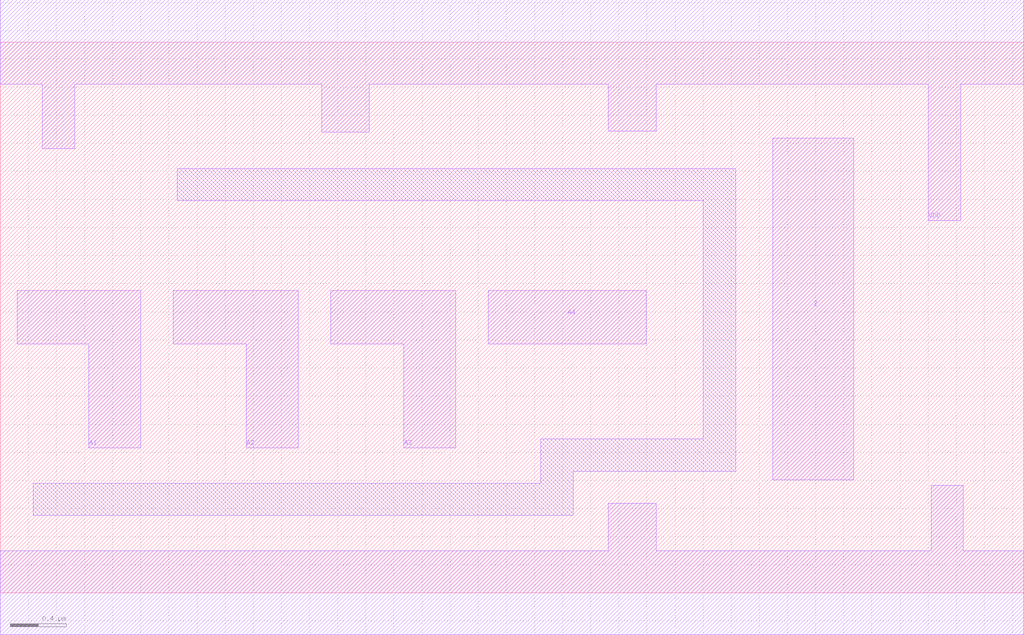
<source format=lef>
# Copyright 2022 GlobalFoundries PDK Authors
#
# Licensed under the Apache License, Version 2.0 (the "License");
# you may not use this file except in compliance with the License.
# You may obtain a copy of the License at
#
#      http://www.apache.org/licenses/LICENSE-2.0
#
# Unless required by applicable law or agreed to in writing, software
# distributed under the License is distributed on an "AS IS" BASIS,
# WITHOUT WARRANTIES OR CONDITIONS OF ANY KIND, either express or implied.
# See the License for the specific language governing permissions and
# limitations under the License.

MACRO gf180mcu_fd_sc_mcu7t5v0__and4_2
  CLASS core ;
  FOREIGN gf180mcu_fd_sc_mcu7t5v0__and4_2 0.0 0.0 ;
  ORIGIN 0 0 ;
  SYMMETRY X Y ;
  SITE GF018hv5v_mcu_sc7 ;
  SIZE 7.28 BY 3.92 ;
  PIN A1
    DIRECTION INPUT ;
    ANTENNAGATEAREA 0.9195 ;
    PORT
      LAYER Metal1 ;
        POLYGON 0.12 1.77 0.63 1.77 0.63 1.03 1 1.03 1 2.15 0.12 2.15  ;
    END
  END A1
  PIN A2
    DIRECTION INPUT ;
    ANTENNAGATEAREA 0.9195 ;
    PORT
      LAYER Metal1 ;
        POLYGON 1.23 1.77 1.75 1.77 1.75 1.03 2.12 1.03 2.12 2.15 1.23 2.15  ;
    END
  END A2
  PIN A3
    DIRECTION INPUT ;
    ANTENNAGATEAREA 0.9195 ;
    PORT
      LAYER Metal1 ;
        POLYGON 2.35 1.77 2.87 1.77 2.87 1.03 3.24 1.03 3.24 2.15 2.35 2.15  ;
    END
  END A3
  PIN A4
    DIRECTION INPUT ;
    ANTENNAGATEAREA 0.9195 ;
    PORT
      LAYER Metal1 ;
        POLYGON 3.47 1.77 4.595 1.77 4.595 2.15 3.47 2.15  ;
    END
  END A4
  PIN Z
    DIRECTION OUTPUT ;
    ANTENNADIFFAREA 1.0608 ;
    PORT
      LAYER Metal1 ;
        POLYGON 5.495 0.805 6.07 0.805 6.07 3.235 5.495 3.235  ;
    END
  END Z
  PIN VDD
    DIRECTION INOUT ;
    USE power ;
    SHAPE ABUTMENT ;
    PORT
      LAYER Metal1 ;
        POLYGON 0 3.62 0.3 3.62 0.3 3.16 0.53 3.16 0.53 3.62 2.285 3.62 2.285 3.28 2.625 3.28 2.625 3.62 4.325 3.62 4.325 3.285 4.665 3.285 4.665 3.62 5.23 3.62 6.6 3.62 6.6 2.65 6.83 2.65 6.83 3.62 7.28 3.62 7.28 4.22 5.23 4.22 0 4.22  ;
    END
  END VDD
  PIN VSS
    DIRECTION INOUT ;
    USE ground ;
    SHAPE ABUTMENT ;
    PORT
      LAYER Metal1 ;
        POLYGON 0 -0.3 7.28 -0.3 7.28 0.3 6.85 0.3 6.85 0.765 6.62 0.765 6.62 0.3 4.665 0.3 4.665 0.635 4.325 0.635 4.325 0.3 0 0.3  ;
    END
  END VSS
  OBS
      LAYER Metal1 ;
        POLYGON 1.26 2.79 5 2.79 5 1.095 3.845 1.095 3.845 0.78 0.235 0.78 0.235 0.55 4.075 0.55 4.075 0.865 5.23 0.865 5.23 3.02 1.26 3.02  ;
  END
END gf180mcu_fd_sc_mcu7t5v0__and4_2

</source>
